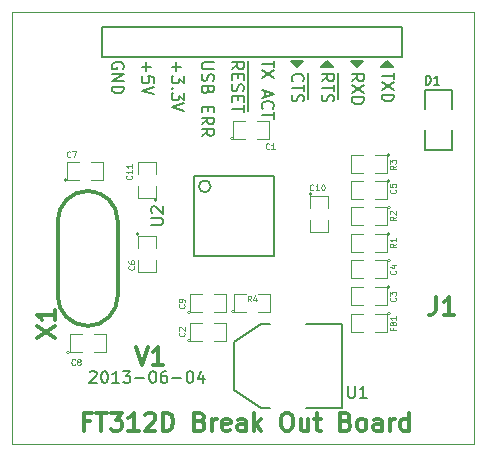
<source format=gto>
G04 (created by PCBNEW (2013-mar-13)-testing) date Sun 09 Jun 2013 10:00:26 PM EDT*
%MOIN*%
G04 Gerber Fmt 3.4, Leading zero omitted, Abs format*
%FSLAX34Y34*%
G01*
G70*
G90*
G04 APERTURE LIST*
%ADD10C,0.005906*%
%ADD11C,0.007874*%
%ADD12C,0.011811*%
%ADD13C,0.003937*%
%ADD14C,0.003900*%
%ADD15C,0.005000*%
%ADD16C,0.012500*%
%ADD17C,0.008000*%
%ADD18C,0.004300*%
%ADD19C,0.012000*%
G04 APERTURE END LIST*
G54D10*
G54D11*
X84387Y-59821D02*
X84406Y-59803D01*
X84443Y-59784D01*
X84537Y-59784D01*
X84575Y-59803D01*
X84593Y-59821D01*
X84612Y-59859D01*
X84612Y-59896D01*
X84593Y-59953D01*
X84368Y-60178D01*
X84612Y-60178D01*
X84856Y-59784D02*
X84893Y-59784D01*
X84931Y-59803D01*
X84950Y-59821D01*
X84968Y-59859D01*
X84987Y-59934D01*
X84987Y-60028D01*
X84968Y-60103D01*
X84950Y-60140D01*
X84931Y-60159D01*
X84893Y-60178D01*
X84856Y-60178D01*
X84818Y-60159D01*
X84800Y-60140D01*
X84781Y-60103D01*
X84762Y-60028D01*
X84762Y-59934D01*
X84781Y-59859D01*
X84800Y-59821D01*
X84818Y-59803D01*
X84856Y-59784D01*
X85362Y-60178D02*
X85137Y-60178D01*
X85250Y-60178D02*
X85250Y-59784D01*
X85212Y-59840D01*
X85175Y-59878D01*
X85137Y-59896D01*
X85493Y-59784D02*
X85737Y-59784D01*
X85606Y-59934D01*
X85662Y-59934D01*
X85700Y-59953D01*
X85718Y-59971D01*
X85737Y-60009D01*
X85737Y-60103D01*
X85718Y-60140D01*
X85700Y-60159D01*
X85662Y-60178D01*
X85550Y-60178D01*
X85512Y-60159D01*
X85493Y-60140D01*
X85906Y-60028D02*
X86206Y-60028D01*
X86468Y-59784D02*
X86506Y-59784D01*
X86543Y-59803D01*
X86562Y-59821D01*
X86581Y-59859D01*
X86599Y-59934D01*
X86599Y-60028D01*
X86581Y-60103D01*
X86562Y-60140D01*
X86543Y-60159D01*
X86506Y-60178D01*
X86468Y-60178D01*
X86431Y-60159D01*
X86412Y-60140D01*
X86393Y-60103D01*
X86374Y-60028D01*
X86374Y-59934D01*
X86393Y-59859D01*
X86412Y-59821D01*
X86431Y-59803D01*
X86468Y-59784D01*
X86937Y-59784D02*
X86862Y-59784D01*
X86824Y-59803D01*
X86806Y-59821D01*
X86768Y-59878D01*
X86749Y-59953D01*
X86749Y-60103D01*
X86768Y-60140D01*
X86787Y-60159D01*
X86824Y-60178D01*
X86899Y-60178D01*
X86937Y-60159D01*
X86956Y-60140D01*
X86974Y-60103D01*
X86974Y-60009D01*
X86956Y-59971D01*
X86937Y-59953D01*
X86899Y-59934D01*
X86824Y-59934D01*
X86787Y-59953D01*
X86768Y-59971D01*
X86749Y-60009D01*
X87143Y-60028D02*
X87443Y-60028D01*
X87706Y-59784D02*
X87743Y-59784D01*
X87781Y-59803D01*
X87799Y-59821D01*
X87818Y-59859D01*
X87837Y-59934D01*
X87837Y-60028D01*
X87818Y-60103D01*
X87799Y-60140D01*
X87781Y-60159D01*
X87743Y-60178D01*
X87706Y-60178D01*
X87668Y-60159D01*
X87649Y-60140D01*
X87631Y-60103D01*
X87612Y-60028D01*
X87612Y-59934D01*
X87631Y-59859D01*
X87649Y-59821D01*
X87668Y-59803D01*
X87706Y-59784D01*
X88174Y-59915D02*
X88174Y-60178D01*
X88081Y-59765D02*
X87987Y-60046D01*
X88231Y-60046D01*
G54D12*
X85921Y-58976D02*
X86118Y-59567D01*
X86315Y-58976D01*
X86821Y-59567D02*
X86484Y-59567D01*
X86653Y-59567D02*
X86653Y-58976D01*
X86596Y-59060D01*
X86540Y-59117D01*
X86484Y-59145D01*
X84383Y-61457D02*
X84186Y-61457D01*
X84186Y-61767D02*
X84186Y-61176D01*
X84467Y-61176D01*
X84608Y-61176D02*
X84945Y-61176D01*
X84777Y-61767D02*
X84777Y-61176D01*
X85086Y-61176D02*
X85452Y-61176D01*
X85255Y-61401D01*
X85339Y-61401D01*
X85395Y-61429D01*
X85423Y-61457D01*
X85452Y-61514D01*
X85452Y-61654D01*
X85423Y-61710D01*
X85395Y-61739D01*
X85339Y-61767D01*
X85170Y-61767D01*
X85114Y-61739D01*
X85086Y-61710D01*
X86014Y-61767D02*
X85677Y-61767D01*
X85845Y-61767D02*
X85845Y-61176D01*
X85789Y-61260D01*
X85733Y-61317D01*
X85677Y-61345D01*
X86239Y-61232D02*
X86267Y-61204D01*
X86323Y-61176D01*
X86464Y-61176D01*
X86520Y-61204D01*
X86548Y-61232D01*
X86576Y-61289D01*
X86576Y-61345D01*
X86548Y-61429D01*
X86211Y-61767D01*
X86576Y-61767D01*
X86830Y-61767D02*
X86830Y-61176D01*
X86970Y-61176D01*
X87055Y-61204D01*
X87111Y-61260D01*
X87139Y-61317D01*
X87167Y-61429D01*
X87167Y-61514D01*
X87139Y-61626D01*
X87111Y-61682D01*
X87055Y-61739D01*
X86970Y-61767D01*
X86830Y-61767D01*
X88067Y-61457D02*
X88151Y-61485D01*
X88179Y-61514D01*
X88207Y-61570D01*
X88207Y-61654D01*
X88179Y-61710D01*
X88151Y-61739D01*
X88095Y-61767D01*
X87870Y-61767D01*
X87870Y-61176D01*
X88067Y-61176D01*
X88123Y-61204D01*
X88151Y-61232D01*
X88179Y-61289D01*
X88179Y-61345D01*
X88151Y-61401D01*
X88123Y-61429D01*
X88067Y-61457D01*
X87870Y-61457D01*
X88461Y-61767D02*
X88461Y-61373D01*
X88461Y-61485D02*
X88489Y-61429D01*
X88517Y-61401D01*
X88573Y-61373D01*
X88629Y-61373D01*
X89051Y-61739D02*
X88995Y-61767D01*
X88882Y-61767D01*
X88826Y-61739D01*
X88798Y-61682D01*
X88798Y-61457D01*
X88826Y-61401D01*
X88882Y-61373D01*
X88995Y-61373D01*
X89051Y-61401D01*
X89079Y-61457D01*
X89079Y-61514D01*
X88798Y-61570D01*
X89585Y-61767D02*
X89585Y-61457D01*
X89557Y-61401D01*
X89501Y-61373D01*
X89389Y-61373D01*
X89332Y-61401D01*
X89585Y-61739D02*
X89529Y-61767D01*
X89389Y-61767D01*
X89332Y-61739D01*
X89304Y-61682D01*
X89304Y-61626D01*
X89332Y-61570D01*
X89389Y-61542D01*
X89529Y-61542D01*
X89585Y-61514D01*
X89867Y-61767D02*
X89867Y-61176D01*
X89923Y-61542D02*
X90092Y-61767D01*
X90092Y-61373D02*
X89867Y-61598D01*
X90907Y-61176D02*
X91020Y-61176D01*
X91076Y-61204D01*
X91132Y-61260D01*
X91160Y-61373D01*
X91160Y-61570D01*
X91132Y-61682D01*
X91076Y-61739D01*
X91020Y-61767D01*
X90907Y-61767D01*
X90851Y-61739D01*
X90795Y-61682D01*
X90767Y-61570D01*
X90767Y-61373D01*
X90795Y-61260D01*
X90851Y-61204D01*
X90907Y-61176D01*
X91666Y-61373D02*
X91666Y-61767D01*
X91413Y-61373D02*
X91413Y-61682D01*
X91441Y-61739D01*
X91498Y-61767D01*
X91582Y-61767D01*
X91638Y-61739D01*
X91666Y-61710D01*
X91863Y-61373D02*
X92088Y-61373D01*
X91948Y-61176D02*
X91948Y-61682D01*
X91976Y-61739D01*
X92032Y-61767D01*
X92088Y-61767D01*
X92932Y-61457D02*
X93016Y-61485D01*
X93044Y-61514D01*
X93073Y-61570D01*
X93073Y-61654D01*
X93044Y-61710D01*
X93016Y-61739D01*
X92960Y-61767D01*
X92735Y-61767D01*
X92735Y-61176D01*
X92932Y-61176D01*
X92988Y-61204D01*
X93016Y-61232D01*
X93044Y-61289D01*
X93044Y-61345D01*
X93016Y-61401D01*
X92988Y-61429D01*
X92932Y-61457D01*
X92735Y-61457D01*
X93410Y-61767D02*
X93354Y-61739D01*
X93326Y-61710D01*
X93297Y-61654D01*
X93297Y-61485D01*
X93326Y-61429D01*
X93354Y-61401D01*
X93410Y-61373D01*
X93494Y-61373D01*
X93551Y-61401D01*
X93579Y-61429D01*
X93607Y-61485D01*
X93607Y-61654D01*
X93579Y-61710D01*
X93551Y-61739D01*
X93494Y-61767D01*
X93410Y-61767D01*
X94113Y-61767D02*
X94113Y-61457D01*
X94085Y-61401D01*
X94029Y-61373D01*
X93916Y-61373D01*
X93860Y-61401D01*
X94113Y-61739D02*
X94057Y-61767D01*
X93916Y-61767D01*
X93860Y-61739D01*
X93832Y-61682D01*
X93832Y-61626D01*
X93860Y-61570D01*
X93916Y-61542D01*
X94057Y-61542D01*
X94113Y-61514D01*
X94394Y-61767D02*
X94394Y-61373D01*
X94394Y-61485D02*
X94422Y-61429D01*
X94450Y-61401D01*
X94507Y-61373D01*
X94563Y-61373D01*
X95013Y-61767D02*
X95013Y-61176D01*
X95013Y-61739D02*
X94957Y-61767D01*
X94844Y-61767D01*
X94788Y-61739D01*
X94760Y-61710D01*
X94732Y-61654D01*
X94732Y-61485D01*
X94760Y-61429D01*
X94788Y-61401D01*
X94844Y-61373D01*
X94957Y-61373D01*
X95013Y-61401D01*
G54D11*
X92295Y-49506D02*
X92295Y-49606D01*
X92345Y-49606D02*
X92395Y-49606D01*
X92295Y-49556D02*
X92345Y-49606D01*
X92195Y-49656D02*
X92295Y-49556D01*
X92495Y-49656D02*
X92095Y-49656D01*
X92295Y-49456D02*
X92495Y-49656D01*
X92295Y-49456D02*
X92095Y-49656D01*
X91295Y-49606D02*
X91295Y-49506D01*
X91245Y-49506D02*
X91195Y-49506D01*
X91295Y-49556D02*
X91245Y-49506D01*
X91395Y-49456D02*
X91295Y-49556D01*
X91095Y-49456D02*
X91495Y-49456D01*
X91295Y-49656D02*
X91095Y-49456D01*
X91295Y-49656D02*
X91495Y-49456D01*
X94195Y-49606D02*
X94295Y-49506D01*
X94395Y-49606D02*
X94195Y-49606D01*
X94295Y-49506D02*
X94395Y-49606D01*
X94095Y-49656D02*
X94495Y-49656D01*
X94295Y-49456D02*
X94095Y-49656D01*
X94295Y-49456D02*
X94495Y-49656D01*
X93295Y-49606D02*
X93295Y-49506D01*
X93295Y-49606D02*
X93345Y-49556D01*
X93195Y-49506D02*
X93295Y-49606D01*
X93395Y-49506D02*
X93195Y-49506D01*
X93495Y-49456D02*
X93095Y-49456D01*
X93295Y-49656D02*
X93495Y-49456D01*
X93095Y-49456D02*
X93295Y-49656D01*
X91645Y-50706D02*
X91645Y-49856D01*
X92645Y-50706D02*
X92645Y-49856D01*
X89645Y-51106D02*
X89645Y-49456D01*
X94515Y-49837D02*
X94515Y-50062D01*
X94121Y-49949D02*
X94515Y-49949D01*
X94515Y-50156D02*
X94121Y-50418D01*
X94515Y-50418D02*
X94121Y-50156D01*
X94121Y-50568D02*
X94515Y-50568D01*
X94515Y-50662D01*
X94496Y-50718D01*
X94459Y-50756D01*
X94421Y-50774D01*
X94346Y-50793D01*
X94290Y-50793D01*
X94215Y-50774D01*
X94178Y-50756D01*
X94140Y-50718D01*
X94121Y-50662D01*
X94121Y-50568D01*
X93121Y-50118D02*
X93309Y-49987D01*
X93121Y-49893D02*
X93515Y-49893D01*
X93515Y-50043D01*
X93496Y-50081D01*
X93478Y-50099D01*
X93440Y-50118D01*
X93384Y-50118D01*
X93346Y-50099D01*
X93328Y-50081D01*
X93309Y-50043D01*
X93309Y-49893D01*
X93515Y-50249D02*
X93121Y-50512D01*
X93515Y-50512D02*
X93121Y-50249D01*
X93121Y-50662D02*
X93515Y-50662D01*
X93515Y-50756D01*
X93496Y-50812D01*
X93459Y-50849D01*
X93421Y-50868D01*
X93346Y-50887D01*
X93290Y-50887D01*
X93215Y-50868D01*
X93178Y-50849D01*
X93140Y-50812D01*
X93121Y-50756D01*
X93121Y-50662D01*
X92121Y-50118D02*
X92309Y-49987D01*
X92121Y-49893D02*
X92515Y-49893D01*
X92515Y-50043D01*
X92496Y-50081D01*
X92478Y-50099D01*
X92440Y-50118D01*
X92384Y-50118D01*
X92346Y-50099D01*
X92328Y-50081D01*
X92309Y-50043D01*
X92309Y-49893D01*
X92515Y-50231D02*
X92515Y-50456D01*
X92121Y-50343D02*
X92515Y-50343D01*
X92140Y-50568D02*
X92121Y-50624D01*
X92121Y-50718D01*
X92140Y-50756D01*
X92159Y-50774D01*
X92196Y-50793D01*
X92234Y-50793D01*
X92271Y-50774D01*
X92290Y-50756D01*
X92309Y-50718D01*
X92328Y-50643D01*
X92346Y-50606D01*
X92365Y-50587D01*
X92403Y-50568D01*
X92440Y-50568D01*
X92478Y-50587D01*
X92496Y-50606D01*
X92515Y-50643D01*
X92515Y-50737D01*
X92496Y-50793D01*
X91159Y-50118D02*
X91140Y-50099D01*
X91121Y-50043D01*
X91121Y-50006D01*
X91140Y-49949D01*
X91178Y-49912D01*
X91215Y-49893D01*
X91290Y-49874D01*
X91346Y-49874D01*
X91421Y-49893D01*
X91459Y-49912D01*
X91496Y-49949D01*
X91515Y-50006D01*
X91515Y-50043D01*
X91496Y-50099D01*
X91478Y-50118D01*
X91515Y-50231D02*
X91515Y-50456D01*
X91121Y-50343D02*
X91515Y-50343D01*
X91140Y-50568D02*
X91121Y-50624D01*
X91121Y-50718D01*
X91140Y-50756D01*
X91159Y-50774D01*
X91196Y-50793D01*
X91234Y-50793D01*
X91271Y-50774D01*
X91290Y-50756D01*
X91309Y-50718D01*
X91328Y-50643D01*
X91346Y-50606D01*
X91365Y-50587D01*
X91403Y-50568D01*
X91440Y-50568D01*
X91478Y-50587D01*
X91496Y-50606D01*
X91515Y-50643D01*
X91515Y-50737D01*
X91496Y-50793D01*
X90515Y-49437D02*
X90515Y-49662D01*
X90121Y-49549D02*
X90515Y-49549D01*
X90515Y-49756D02*
X90121Y-50018D01*
X90515Y-50018D02*
X90121Y-49756D01*
X90234Y-50449D02*
X90234Y-50637D01*
X90121Y-50412D02*
X90515Y-50543D01*
X90121Y-50674D01*
X90159Y-51031D02*
X90140Y-51012D01*
X90121Y-50956D01*
X90121Y-50918D01*
X90140Y-50862D01*
X90178Y-50824D01*
X90215Y-50806D01*
X90290Y-50787D01*
X90346Y-50787D01*
X90421Y-50806D01*
X90459Y-50824D01*
X90496Y-50862D01*
X90515Y-50918D01*
X90515Y-50956D01*
X90496Y-51012D01*
X90478Y-51031D01*
X90515Y-51143D02*
X90515Y-51368D01*
X90121Y-51256D02*
X90515Y-51256D01*
X89121Y-49718D02*
X89309Y-49587D01*
X89121Y-49493D02*
X89515Y-49493D01*
X89515Y-49643D01*
X89496Y-49681D01*
X89478Y-49699D01*
X89440Y-49718D01*
X89384Y-49718D01*
X89346Y-49699D01*
X89328Y-49681D01*
X89309Y-49643D01*
X89309Y-49493D01*
X89328Y-49887D02*
X89328Y-50018D01*
X89121Y-50074D02*
X89121Y-49887D01*
X89515Y-49887D01*
X89515Y-50074D01*
X89140Y-50224D02*
X89121Y-50281D01*
X89121Y-50374D01*
X89140Y-50412D01*
X89159Y-50431D01*
X89196Y-50449D01*
X89234Y-50449D01*
X89271Y-50431D01*
X89290Y-50412D01*
X89309Y-50374D01*
X89328Y-50299D01*
X89346Y-50262D01*
X89365Y-50243D01*
X89403Y-50224D01*
X89440Y-50224D01*
X89478Y-50243D01*
X89496Y-50262D01*
X89515Y-50299D01*
X89515Y-50393D01*
X89496Y-50449D01*
X89328Y-50618D02*
X89328Y-50749D01*
X89121Y-50806D02*
X89121Y-50618D01*
X89515Y-50618D01*
X89515Y-50806D01*
X89515Y-50918D02*
X89515Y-51143D01*
X89121Y-51031D02*
X89515Y-51031D01*
X88515Y-49493D02*
X88196Y-49493D01*
X88159Y-49512D01*
X88140Y-49531D01*
X88121Y-49568D01*
X88121Y-49643D01*
X88140Y-49681D01*
X88159Y-49699D01*
X88196Y-49718D01*
X88515Y-49718D01*
X88140Y-49887D02*
X88121Y-49943D01*
X88121Y-50037D01*
X88140Y-50074D01*
X88159Y-50093D01*
X88196Y-50112D01*
X88234Y-50112D01*
X88271Y-50093D01*
X88290Y-50074D01*
X88309Y-50037D01*
X88328Y-49962D01*
X88346Y-49924D01*
X88365Y-49906D01*
X88403Y-49887D01*
X88440Y-49887D01*
X88478Y-49906D01*
X88496Y-49924D01*
X88515Y-49962D01*
X88515Y-50056D01*
X88496Y-50112D01*
X88328Y-50412D02*
X88309Y-50468D01*
X88290Y-50487D01*
X88253Y-50506D01*
X88196Y-50506D01*
X88159Y-50487D01*
X88140Y-50468D01*
X88121Y-50431D01*
X88121Y-50281D01*
X88515Y-50281D01*
X88515Y-50412D01*
X88496Y-50449D01*
X88478Y-50468D01*
X88440Y-50487D01*
X88403Y-50487D01*
X88365Y-50468D01*
X88346Y-50449D01*
X88328Y-50412D01*
X88328Y-50281D01*
X88328Y-50974D02*
X88328Y-51106D01*
X88121Y-51162D02*
X88121Y-50974D01*
X88515Y-50974D01*
X88515Y-51162D01*
X88121Y-51555D02*
X88309Y-51424D01*
X88121Y-51331D02*
X88515Y-51331D01*
X88515Y-51480D01*
X88496Y-51518D01*
X88478Y-51537D01*
X88440Y-51555D01*
X88384Y-51555D01*
X88346Y-51537D01*
X88328Y-51518D01*
X88309Y-51480D01*
X88309Y-51331D01*
X88121Y-51949D02*
X88309Y-51818D01*
X88121Y-51724D02*
X88515Y-51724D01*
X88515Y-51874D01*
X88496Y-51912D01*
X88478Y-51930D01*
X88440Y-51949D01*
X88384Y-51949D01*
X88346Y-51930D01*
X88328Y-51912D01*
X88309Y-51874D01*
X88309Y-51724D01*
X87271Y-49493D02*
X87271Y-49793D01*
X87121Y-49643D02*
X87421Y-49643D01*
X87515Y-49943D02*
X87515Y-50187D01*
X87365Y-50056D01*
X87365Y-50112D01*
X87346Y-50149D01*
X87328Y-50168D01*
X87290Y-50187D01*
X87196Y-50187D01*
X87159Y-50168D01*
X87140Y-50149D01*
X87121Y-50112D01*
X87121Y-49999D01*
X87140Y-49962D01*
X87159Y-49943D01*
X87159Y-50356D02*
X87140Y-50374D01*
X87121Y-50356D01*
X87140Y-50337D01*
X87159Y-50356D01*
X87121Y-50356D01*
X87515Y-50506D02*
X87515Y-50749D01*
X87365Y-50618D01*
X87365Y-50674D01*
X87346Y-50712D01*
X87328Y-50731D01*
X87290Y-50749D01*
X87196Y-50749D01*
X87159Y-50731D01*
X87140Y-50712D01*
X87121Y-50674D01*
X87121Y-50562D01*
X87140Y-50524D01*
X87159Y-50506D01*
X87515Y-50862D02*
X87121Y-50993D01*
X87515Y-51124D01*
X86271Y-49493D02*
X86271Y-49793D01*
X86121Y-49643D02*
X86421Y-49643D01*
X86515Y-50168D02*
X86515Y-49981D01*
X86328Y-49962D01*
X86346Y-49981D01*
X86365Y-50018D01*
X86365Y-50112D01*
X86346Y-50149D01*
X86328Y-50168D01*
X86290Y-50187D01*
X86196Y-50187D01*
X86159Y-50168D01*
X86140Y-50149D01*
X86121Y-50112D01*
X86121Y-50018D01*
X86140Y-49981D01*
X86159Y-49962D01*
X86515Y-50299D02*
X86121Y-50431D01*
X86515Y-50562D01*
X85496Y-49699D02*
X85515Y-49662D01*
X85515Y-49606D01*
X85496Y-49549D01*
X85459Y-49512D01*
X85421Y-49493D01*
X85346Y-49474D01*
X85290Y-49474D01*
X85215Y-49493D01*
X85178Y-49512D01*
X85140Y-49549D01*
X85121Y-49606D01*
X85121Y-49643D01*
X85140Y-49699D01*
X85159Y-49718D01*
X85290Y-49718D01*
X85290Y-49643D01*
X85121Y-49887D02*
X85515Y-49887D01*
X85121Y-50112D01*
X85515Y-50112D01*
X85121Y-50299D02*
X85515Y-50299D01*
X85515Y-50393D01*
X85496Y-50449D01*
X85459Y-50487D01*
X85421Y-50506D01*
X85346Y-50524D01*
X85290Y-50524D01*
X85215Y-50506D01*
X85178Y-50487D01*
X85140Y-50449D01*
X85121Y-50393D01*
X85121Y-50299D01*
G54D13*
X81800Y-62200D02*
X81800Y-47800D01*
X97200Y-62200D02*
X81800Y-62200D01*
X97200Y-47800D02*
X97200Y-62200D01*
X81800Y-47800D02*
X97200Y-47800D01*
G54D14*
X89172Y-52037D02*
G75*
G03X89172Y-52037I-50J0D01*
G74*
G01*
X89572Y-52037D02*
X89172Y-52037D01*
X89172Y-52037D02*
X89172Y-51437D01*
X89172Y-51437D02*
X89572Y-51437D01*
X89972Y-51437D02*
X90372Y-51437D01*
X90372Y-51437D02*
X90372Y-52037D01*
X90372Y-52037D02*
X89972Y-52037D01*
X87735Y-58769D02*
G75*
G03X87735Y-58769I-50J0D01*
G74*
G01*
X88135Y-58769D02*
X87735Y-58769D01*
X87735Y-58769D02*
X87735Y-58169D01*
X87735Y-58169D02*
X88135Y-58169D01*
X88535Y-58169D02*
X88935Y-58169D01*
X88935Y-58169D02*
X88935Y-58769D01*
X88935Y-58769D02*
X88535Y-58769D01*
X94400Y-56983D02*
G75*
G03X94400Y-56983I-50J0D01*
G74*
G01*
X93900Y-56983D02*
X94300Y-56983D01*
X94300Y-56983D02*
X94300Y-57583D01*
X94300Y-57583D02*
X93900Y-57583D01*
X93500Y-57583D02*
X93100Y-57583D01*
X93100Y-57583D02*
X93100Y-56983D01*
X93100Y-56983D02*
X93500Y-56983D01*
X94400Y-56097D02*
G75*
G03X94400Y-56097I-50J0D01*
G74*
G01*
X93900Y-56097D02*
X94300Y-56097D01*
X94300Y-56097D02*
X94300Y-56697D01*
X94300Y-56697D02*
X93900Y-56697D01*
X93500Y-56697D02*
X93100Y-56697D01*
X93100Y-56697D02*
X93100Y-56097D01*
X93100Y-56097D02*
X93500Y-56097D01*
X94400Y-53440D02*
G75*
G03X94400Y-53440I-50J0D01*
G74*
G01*
X93900Y-53440D02*
X94300Y-53440D01*
X94300Y-53440D02*
X94300Y-54040D01*
X94300Y-54040D02*
X93900Y-54040D01*
X93500Y-54040D02*
X93100Y-54040D01*
X93100Y-54040D02*
X93100Y-53440D01*
X93100Y-53440D02*
X93500Y-53440D01*
X86038Y-55220D02*
G75*
G03X86038Y-55220I-50J0D01*
G74*
G01*
X85988Y-55670D02*
X85988Y-55270D01*
X85988Y-55270D02*
X86588Y-55270D01*
X86588Y-55270D02*
X86588Y-55670D01*
X86588Y-56070D02*
X86588Y-56470D01*
X86588Y-56470D02*
X85988Y-56470D01*
X85988Y-56470D02*
X85988Y-56070D01*
X83640Y-53414D02*
G75*
G03X83640Y-53414I-50J0D01*
G74*
G01*
X84040Y-53414D02*
X83640Y-53414D01*
X83640Y-53414D02*
X83640Y-52814D01*
X83640Y-52814D02*
X84040Y-52814D01*
X84440Y-52814D02*
X84840Y-52814D01*
X84840Y-52814D02*
X84840Y-53414D01*
X84840Y-53414D02*
X84440Y-53414D01*
X83719Y-59162D02*
G75*
G03X83719Y-59162I-50J0D01*
G74*
G01*
X84119Y-59162D02*
X83719Y-59162D01*
X83719Y-59162D02*
X83719Y-58562D01*
X83719Y-58562D02*
X84119Y-58562D01*
X84519Y-58562D02*
X84919Y-58562D01*
X84919Y-58562D02*
X84919Y-59162D01*
X84919Y-59162D02*
X84519Y-59162D01*
G54D15*
X95550Y-52400D02*
X96450Y-52400D01*
X96450Y-52400D02*
X96450Y-51750D01*
X95550Y-51050D02*
X95550Y-50400D01*
X95550Y-50400D02*
X96450Y-50400D01*
X96450Y-50400D02*
X96450Y-51050D01*
X95550Y-51750D02*
X95550Y-52400D01*
G54D14*
X94400Y-57869D02*
G75*
G03X94400Y-57869I-50J0D01*
G74*
G01*
X93900Y-57869D02*
X94300Y-57869D01*
X94300Y-57869D02*
X94300Y-58469D01*
X94300Y-58469D02*
X93900Y-58469D01*
X93500Y-58469D02*
X93100Y-58469D01*
X93100Y-58469D02*
X93100Y-57869D01*
X93100Y-57869D02*
X93500Y-57869D01*
G54D10*
X94800Y-49300D02*
X84800Y-49300D01*
X84800Y-49300D02*
X84800Y-48300D01*
X84800Y-48300D02*
X94800Y-48300D01*
X94800Y-48300D02*
X94800Y-49300D01*
G54D14*
X94400Y-55211D02*
G75*
G03X94400Y-55211I-50J0D01*
G74*
G01*
X93900Y-55211D02*
X94300Y-55211D01*
X94300Y-55211D02*
X94300Y-55811D01*
X94300Y-55811D02*
X93900Y-55811D01*
X93500Y-55811D02*
X93100Y-55811D01*
X93100Y-55811D02*
X93100Y-55211D01*
X93100Y-55211D02*
X93500Y-55211D01*
X94400Y-54325D02*
G75*
G03X94400Y-54325I-50J0D01*
G74*
G01*
X93900Y-54325D02*
X94300Y-54325D01*
X94300Y-54325D02*
X94300Y-54925D01*
X94300Y-54925D02*
X93900Y-54925D01*
X93500Y-54925D02*
X93100Y-54925D01*
X93100Y-54925D02*
X93100Y-54325D01*
X93100Y-54325D02*
X93500Y-54325D01*
X94389Y-52578D02*
G75*
G03X94389Y-52578I-50J0D01*
G74*
G01*
X93889Y-52578D02*
X94289Y-52578D01*
X94289Y-52578D02*
X94289Y-53178D01*
X94289Y-53178D02*
X93889Y-53178D01*
X93489Y-53178D02*
X93089Y-53178D01*
X93089Y-53178D02*
X93089Y-52578D01*
X93089Y-52578D02*
X93489Y-52578D01*
G54D16*
X83319Y-54778D02*
X83319Y-57278D01*
X85319Y-54778D02*
X85319Y-57278D01*
X84319Y-58278D02*
G75*
G03X85319Y-57278I0J1000D01*
G74*
G01*
X83319Y-57278D02*
G75*
G03X84319Y-58278I1000J0D01*
G74*
G01*
X85319Y-54778D02*
G75*
G03X84319Y-53778I-1000J0D01*
G74*
G01*
X84319Y-53778D02*
G75*
G03X83319Y-54778I0J-1000D01*
G74*
G01*
G54D17*
X91600Y-61000D02*
X92800Y-61000D01*
X92800Y-61000D02*
X92800Y-58200D01*
X92800Y-58200D02*
X91600Y-58200D01*
X90400Y-61000D02*
X90100Y-61000D01*
X90100Y-61000D02*
X89200Y-60400D01*
X89200Y-60400D02*
X89200Y-58800D01*
X89200Y-58800D02*
X90100Y-58200D01*
X90100Y-58200D02*
X90400Y-58200D01*
G54D14*
X87735Y-57824D02*
G75*
G03X87735Y-57824I-50J0D01*
G74*
G01*
X88135Y-57824D02*
X87735Y-57824D01*
X87735Y-57824D02*
X87735Y-57224D01*
X87735Y-57224D02*
X88135Y-57224D01*
X88535Y-57224D02*
X88935Y-57224D01*
X88935Y-57224D02*
X88935Y-57824D01*
X88935Y-57824D02*
X88535Y-57824D01*
X91786Y-53882D02*
G75*
G03X91786Y-53882I-50J0D01*
G74*
G01*
X91736Y-54332D02*
X91736Y-53932D01*
X91736Y-53932D02*
X92336Y-53932D01*
X92336Y-53932D02*
X92336Y-54332D01*
X92336Y-54732D02*
X92336Y-55132D01*
X92336Y-55132D02*
X91736Y-55132D01*
X91736Y-55132D02*
X91736Y-54732D01*
X86638Y-54079D02*
G75*
G03X86638Y-54079I-50J0D01*
G74*
G01*
X86588Y-53629D02*
X86588Y-54029D01*
X86588Y-54029D02*
X85988Y-54029D01*
X85988Y-54029D02*
X85988Y-53629D01*
X85988Y-53229D02*
X85988Y-52829D01*
X85988Y-52829D02*
X86588Y-52829D01*
X86588Y-52829D02*
X86588Y-53229D01*
X89200Y-57800D02*
G75*
G03X89200Y-57800I-50J0D01*
G74*
G01*
X89600Y-57800D02*
X89200Y-57800D01*
X89200Y-57800D02*
X89200Y-57200D01*
X89200Y-57200D02*
X89600Y-57200D01*
X90000Y-57200D02*
X90400Y-57200D01*
X90400Y-57200D02*
X90400Y-57800D01*
X90400Y-57800D02*
X90000Y-57800D01*
G54D10*
X88414Y-53626D02*
G75*
G03X88414Y-53626I-196J0D01*
G74*
G01*
X90540Y-53272D02*
X90540Y-55949D01*
X90540Y-55949D02*
X87862Y-55949D01*
X87862Y-55949D02*
X87862Y-53272D01*
X87862Y-53272D02*
X90540Y-53272D01*
G54D18*
X90367Y-52370D02*
X90357Y-52379D01*
X90329Y-52389D01*
X90310Y-52389D01*
X90282Y-52379D01*
X90263Y-52360D01*
X90254Y-52342D01*
X90245Y-52304D01*
X90245Y-52276D01*
X90254Y-52239D01*
X90263Y-52220D01*
X90282Y-52201D01*
X90310Y-52192D01*
X90329Y-52192D01*
X90357Y-52201D01*
X90367Y-52210D01*
X90554Y-52389D02*
X90442Y-52389D01*
X90498Y-52389D02*
X90498Y-52192D01*
X90479Y-52220D01*
X90460Y-52239D01*
X90442Y-52248D01*
X87528Y-58506D02*
X87538Y-58516D01*
X87547Y-58544D01*
X87547Y-58563D01*
X87538Y-58591D01*
X87519Y-58610D01*
X87500Y-58619D01*
X87462Y-58628D01*
X87434Y-58628D01*
X87397Y-58619D01*
X87378Y-58610D01*
X87359Y-58591D01*
X87350Y-58563D01*
X87350Y-58544D01*
X87359Y-58516D01*
X87369Y-58506D01*
X87369Y-58431D02*
X87359Y-58422D01*
X87350Y-58403D01*
X87350Y-58356D01*
X87359Y-58337D01*
X87369Y-58328D01*
X87387Y-58319D01*
X87406Y-58319D01*
X87434Y-58328D01*
X87547Y-58441D01*
X87547Y-58319D01*
X94570Y-57332D02*
X94579Y-57342D01*
X94589Y-57370D01*
X94589Y-57389D01*
X94579Y-57417D01*
X94560Y-57436D01*
X94542Y-57445D01*
X94504Y-57454D01*
X94476Y-57454D01*
X94439Y-57445D01*
X94420Y-57436D01*
X94401Y-57417D01*
X94392Y-57389D01*
X94392Y-57370D01*
X94401Y-57342D01*
X94410Y-57332D01*
X94392Y-57267D02*
X94392Y-57145D01*
X94467Y-57210D01*
X94467Y-57182D01*
X94476Y-57163D01*
X94485Y-57154D01*
X94504Y-57145D01*
X94551Y-57145D01*
X94570Y-57154D01*
X94579Y-57163D01*
X94589Y-57182D01*
X94589Y-57239D01*
X94579Y-57257D01*
X94570Y-57267D01*
X94570Y-56432D02*
X94579Y-56442D01*
X94589Y-56470D01*
X94589Y-56489D01*
X94579Y-56517D01*
X94560Y-56536D01*
X94542Y-56545D01*
X94504Y-56554D01*
X94476Y-56554D01*
X94439Y-56545D01*
X94420Y-56536D01*
X94401Y-56517D01*
X94392Y-56489D01*
X94392Y-56470D01*
X94401Y-56442D01*
X94410Y-56432D01*
X94457Y-56263D02*
X94589Y-56263D01*
X94382Y-56310D02*
X94523Y-56357D01*
X94523Y-56235D01*
X94570Y-53732D02*
X94579Y-53742D01*
X94589Y-53770D01*
X94589Y-53789D01*
X94579Y-53817D01*
X94560Y-53836D01*
X94542Y-53845D01*
X94504Y-53854D01*
X94476Y-53854D01*
X94439Y-53845D01*
X94420Y-53836D01*
X94401Y-53817D01*
X94392Y-53789D01*
X94392Y-53770D01*
X94401Y-53742D01*
X94410Y-53732D01*
X94392Y-53554D02*
X94392Y-53648D01*
X94485Y-53657D01*
X94476Y-53648D01*
X94467Y-53629D01*
X94467Y-53582D01*
X94476Y-53563D01*
X94485Y-53554D01*
X94504Y-53545D01*
X94551Y-53545D01*
X94570Y-53554D01*
X94579Y-53563D01*
X94589Y-53582D01*
X94589Y-53629D01*
X94579Y-53648D01*
X94570Y-53657D01*
X85855Y-56282D02*
X85864Y-56291D01*
X85874Y-56319D01*
X85874Y-56338D01*
X85864Y-56366D01*
X85846Y-56385D01*
X85827Y-56395D01*
X85789Y-56404D01*
X85761Y-56404D01*
X85724Y-56395D01*
X85705Y-56385D01*
X85686Y-56366D01*
X85677Y-56338D01*
X85677Y-56319D01*
X85686Y-56291D01*
X85695Y-56282D01*
X85677Y-56113D02*
X85677Y-56151D01*
X85686Y-56169D01*
X85695Y-56179D01*
X85724Y-56198D01*
X85761Y-56207D01*
X85836Y-56207D01*
X85855Y-56198D01*
X85864Y-56188D01*
X85874Y-56169D01*
X85874Y-56132D01*
X85864Y-56113D01*
X85855Y-56104D01*
X85836Y-56094D01*
X85789Y-56094D01*
X85770Y-56104D01*
X85761Y-56113D01*
X85752Y-56132D01*
X85752Y-56169D01*
X85761Y-56188D01*
X85770Y-56198D01*
X85789Y-56207D01*
X83735Y-52634D02*
X83726Y-52643D01*
X83698Y-52652D01*
X83679Y-52652D01*
X83651Y-52643D01*
X83632Y-52624D01*
X83623Y-52605D01*
X83613Y-52568D01*
X83613Y-52540D01*
X83623Y-52502D01*
X83632Y-52484D01*
X83651Y-52465D01*
X83679Y-52455D01*
X83698Y-52455D01*
X83726Y-52465D01*
X83735Y-52474D01*
X83801Y-52455D02*
X83932Y-52455D01*
X83848Y-52652D01*
X83893Y-59563D02*
X83883Y-59572D01*
X83855Y-59582D01*
X83836Y-59582D01*
X83808Y-59572D01*
X83789Y-59553D01*
X83780Y-59535D01*
X83771Y-59497D01*
X83771Y-59469D01*
X83780Y-59431D01*
X83789Y-59413D01*
X83808Y-59394D01*
X83836Y-59385D01*
X83855Y-59385D01*
X83883Y-59394D01*
X83893Y-59403D01*
X84005Y-59469D02*
X83986Y-59460D01*
X83977Y-59450D01*
X83968Y-59431D01*
X83968Y-59422D01*
X83977Y-59403D01*
X83986Y-59394D01*
X84005Y-59385D01*
X84043Y-59385D01*
X84062Y-59394D01*
X84071Y-59403D01*
X84080Y-59422D01*
X84080Y-59431D01*
X84071Y-59450D01*
X84062Y-59460D01*
X84043Y-59469D01*
X84005Y-59469D01*
X83986Y-59478D01*
X83977Y-59488D01*
X83968Y-59506D01*
X83968Y-59544D01*
X83977Y-59563D01*
X83986Y-59572D01*
X84005Y-59582D01*
X84043Y-59582D01*
X84062Y-59572D01*
X84071Y-59563D01*
X84080Y-59544D01*
X84080Y-59506D01*
X84071Y-59488D01*
X84062Y-59478D01*
X84043Y-59469D01*
G54D15*
X95578Y-50235D02*
X95578Y-49935D01*
X95650Y-49935D01*
X95692Y-49950D01*
X95721Y-49978D01*
X95735Y-50007D01*
X95750Y-50064D01*
X95750Y-50107D01*
X95735Y-50164D01*
X95721Y-50192D01*
X95692Y-50221D01*
X95650Y-50235D01*
X95578Y-50235D01*
X96035Y-50235D02*
X95864Y-50235D01*
X95950Y-50235D02*
X95950Y-49935D01*
X95921Y-49978D01*
X95892Y-50007D01*
X95864Y-50021D01*
G54D18*
X94485Y-58364D02*
X94485Y-58429D01*
X94589Y-58429D02*
X94392Y-58429D01*
X94392Y-58336D01*
X94485Y-58195D02*
X94495Y-58167D01*
X94504Y-58157D01*
X94523Y-58148D01*
X94551Y-58148D01*
X94570Y-58157D01*
X94579Y-58167D01*
X94589Y-58185D01*
X94589Y-58260D01*
X94392Y-58260D01*
X94392Y-58195D01*
X94401Y-58176D01*
X94410Y-58167D01*
X94429Y-58157D01*
X94448Y-58157D01*
X94467Y-58167D01*
X94476Y-58176D01*
X94485Y-58195D01*
X94485Y-58260D01*
X94589Y-57960D02*
X94589Y-58073D01*
X94589Y-58017D02*
X94392Y-58017D01*
X94420Y-58035D01*
X94439Y-58054D01*
X94448Y-58073D01*
G54D19*
X95930Y-57313D02*
X95930Y-57742D01*
X95902Y-57828D01*
X95844Y-57885D01*
X95759Y-57913D01*
X95702Y-57913D01*
X96530Y-57913D02*
X96187Y-57913D01*
X96359Y-57913D02*
X96359Y-57313D01*
X96302Y-57399D01*
X96244Y-57456D01*
X96187Y-57485D01*
G54D18*
X94589Y-55532D02*
X94495Y-55598D01*
X94589Y-55645D02*
X94392Y-55645D01*
X94392Y-55570D01*
X94401Y-55551D01*
X94410Y-55542D01*
X94429Y-55532D01*
X94457Y-55532D01*
X94476Y-55542D01*
X94485Y-55551D01*
X94495Y-55570D01*
X94495Y-55645D01*
X94589Y-55345D02*
X94589Y-55457D01*
X94589Y-55401D02*
X94392Y-55401D01*
X94420Y-55420D01*
X94439Y-55439D01*
X94448Y-55457D01*
X94589Y-54632D02*
X94495Y-54698D01*
X94589Y-54745D02*
X94392Y-54745D01*
X94392Y-54670D01*
X94401Y-54651D01*
X94410Y-54642D01*
X94429Y-54632D01*
X94457Y-54632D01*
X94476Y-54642D01*
X94485Y-54651D01*
X94495Y-54670D01*
X94495Y-54745D01*
X94410Y-54557D02*
X94401Y-54548D01*
X94392Y-54529D01*
X94392Y-54482D01*
X94401Y-54463D01*
X94410Y-54454D01*
X94429Y-54445D01*
X94448Y-54445D01*
X94476Y-54454D01*
X94589Y-54567D01*
X94589Y-54445D01*
X94589Y-52932D02*
X94495Y-52998D01*
X94589Y-53045D02*
X94392Y-53045D01*
X94392Y-52970D01*
X94401Y-52951D01*
X94410Y-52942D01*
X94429Y-52932D01*
X94457Y-52932D01*
X94476Y-52942D01*
X94485Y-52951D01*
X94495Y-52970D01*
X94495Y-53045D01*
X94392Y-52867D02*
X94392Y-52745D01*
X94467Y-52810D01*
X94467Y-52782D01*
X94476Y-52763D01*
X94485Y-52754D01*
X94504Y-52745D01*
X94551Y-52745D01*
X94570Y-52754D01*
X94579Y-52763D01*
X94589Y-52782D01*
X94589Y-52839D01*
X94579Y-52857D01*
X94570Y-52867D01*
G54D19*
X82613Y-58679D02*
X83213Y-58279D01*
X82613Y-58279D02*
X83213Y-58679D01*
X83213Y-57736D02*
X83213Y-58079D01*
X83213Y-57907D02*
X82613Y-57907D01*
X82698Y-57965D01*
X82756Y-58022D01*
X82784Y-58079D01*
G54D17*
X92995Y-60280D02*
X92995Y-60604D01*
X93014Y-60642D01*
X93033Y-60661D01*
X93071Y-60680D01*
X93147Y-60680D01*
X93185Y-60661D01*
X93204Y-60642D01*
X93223Y-60604D01*
X93223Y-60280D01*
X93623Y-60680D02*
X93395Y-60680D01*
X93509Y-60680D02*
X93509Y-60280D01*
X93471Y-60338D01*
X93433Y-60376D01*
X93395Y-60395D01*
G54D18*
X87528Y-57561D02*
X87538Y-57571D01*
X87547Y-57599D01*
X87547Y-57618D01*
X87538Y-57646D01*
X87519Y-57665D01*
X87500Y-57674D01*
X87462Y-57683D01*
X87434Y-57683D01*
X87397Y-57674D01*
X87378Y-57665D01*
X87359Y-57646D01*
X87350Y-57618D01*
X87350Y-57599D01*
X87359Y-57571D01*
X87369Y-57561D01*
X87547Y-57468D02*
X87547Y-57430D01*
X87538Y-57411D01*
X87528Y-57402D01*
X87500Y-57383D01*
X87462Y-57374D01*
X87387Y-57374D01*
X87369Y-57383D01*
X87359Y-57393D01*
X87350Y-57411D01*
X87350Y-57449D01*
X87359Y-57468D01*
X87369Y-57477D01*
X87387Y-57486D01*
X87434Y-57486D01*
X87453Y-57477D01*
X87462Y-57468D01*
X87472Y-57449D01*
X87472Y-57411D01*
X87462Y-57393D01*
X87453Y-57383D01*
X87434Y-57374D01*
X91839Y-53741D02*
X91830Y-53750D01*
X91801Y-53759D01*
X91783Y-53759D01*
X91755Y-53750D01*
X91736Y-53731D01*
X91726Y-53713D01*
X91717Y-53675D01*
X91717Y-53647D01*
X91726Y-53609D01*
X91736Y-53591D01*
X91755Y-53572D01*
X91783Y-53562D01*
X91801Y-53562D01*
X91830Y-53572D01*
X91839Y-53581D01*
X92027Y-53759D02*
X91914Y-53759D01*
X91970Y-53759D02*
X91970Y-53562D01*
X91952Y-53591D01*
X91933Y-53609D01*
X91914Y-53619D01*
X92149Y-53562D02*
X92167Y-53562D01*
X92186Y-53572D01*
X92195Y-53581D01*
X92205Y-53600D01*
X92214Y-53638D01*
X92214Y-53684D01*
X92205Y-53722D01*
X92195Y-53741D01*
X92186Y-53750D01*
X92167Y-53759D01*
X92149Y-53759D01*
X92130Y-53750D01*
X92120Y-53741D01*
X92111Y-53722D01*
X92102Y-53684D01*
X92102Y-53638D01*
X92111Y-53600D01*
X92120Y-53581D01*
X92130Y-53572D01*
X92149Y-53562D01*
X85776Y-53266D02*
X85786Y-53275D01*
X85795Y-53303D01*
X85795Y-53322D01*
X85786Y-53350D01*
X85767Y-53369D01*
X85748Y-53378D01*
X85710Y-53387D01*
X85682Y-53387D01*
X85645Y-53378D01*
X85626Y-53369D01*
X85607Y-53350D01*
X85598Y-53322D01*
X85598Y-53303D01*
X85607Y-53275D01*
X85617Y-53266D01*
X85795Y-53078D02*
X85795Y-53190D01*
X85795Y-53134D02*
X85598Y-53134D01*
X85626Y-53153D01*
X85645Y-53172D01*
X85654Y-53190D01*
X85795Y-52890D02*
X85795Y-53003D01*
X85795Y-52947D02*
X85598Y-52947D01*
X85626Y-52965D01*
X85645Y-52984D01*
X85654Y-53003D01*
X89767Y-57464D02*
X89701Y-57370D01*
X89654Y-57464D02*
X89654Y-57267D01*
X89729Y-57267D01*
X89748Y-57276D01*
X89757Y-57285D01*
X89767Y-57304D01*
X89767Y-57332D01*
X89757Y-57351D01*
X89748Y-57360D01*
X89729Y-57370D01*
X89654Y-57370D01*
X89936Y-57332D02*
X89936Y-57464D01*
X89889Y-57257D02*
X89842Y-57398D01*
X89964Y-57398D01*
G54D10*
X86426Y-54910D02*
X86745Y-54910D01*
X86783Y-54892D01*
X86801Y-54873D01*
X86820Y-54835D01*
X86820Y-54761D01*
X86801Y-54723D01*
X86783Y-54704D01*
X86745Y-54686D01*
X86426Y-54686D01*
X86464Y-54517D02*
X86445Y-54498D01*
X86426Y-54461D01*
X86426Y-54367D01*
X86445Y-54329D01*
X86464Y-54311D01*
X86501Y-54292D01*
X86539Y-54292D01*
X86595Y-54311D01*
X86820Y-54536D01*
X86820Y-54292D01*
M02*

</source>
